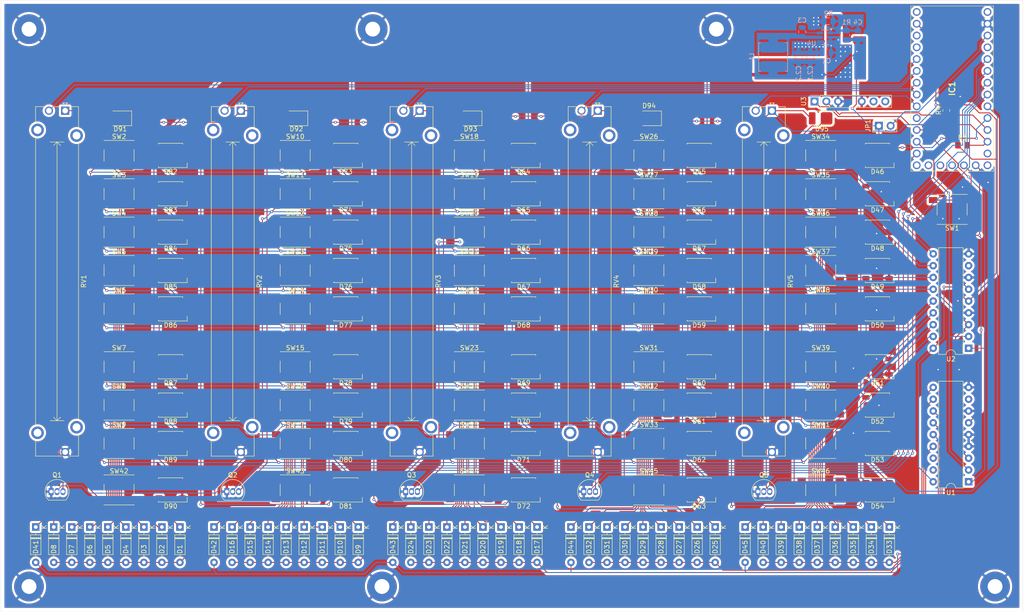
<source format=kicad_pcb>
(kicad_pcb
	(version 20240108)
	(generator "pcbnew")
	(generator_version "8.0")
	(general
		(thickness 1.6)
		(legacy_teardrops no)
	)
	(paper "A4")
	(layers
		(0 "F.Cu" signal)
		(31 "B.Cu" signal)
		(32 "B.Adhes" user "B.Adhesive")
		(33 "F.Adhes" user "F.Adhesive")
		(34 "B.Paste" user)
		(35 "F.Paste" user)
		(36 "B.SilkS" user "B.Silkscreen")
		(37 "F.SilkS" user "F.Silkscreen")
		(38 "B.Mask" user)
		(39 "F.Mask" user)
		(40 "Dwgs.User" user "User.Drawings")
		(41 "Cmts.User" user "User.Comments")
		(42 "Eco1.User" user "User.Eco1")
		(43 "Eco2.User" user "User.Eco2")
		(44 "Edge.Cuts" user)
		(45 "Margin" user)
		(46 "B.CrtYd" user "B.Courtyard")
		(47 "F.CrtYd" user "F.Courtyard")
		(48 "B.Fab" user)
		(49 "F.Fab" user)
		(50 "User.1" user)
		(51 "User.2" user)
		(52 "User.3" user)
		(53 "User.4" user)
		(54 "User.5" user)
		(55 "User.6" user)
		(56 "User.7" user)
		(57 "User.8" user)
		(58 "User.9" user)
	)
	(setup
		(pad_to_mask_clearance 0)
		(allow_soldermask_bridges_in_footprints no)
		(pcbplotparams
			(layerselection 0x00010fc_ffffffff)
			(plot_on_all_layers_selection 0x0000000_00000000)
			(disableapertmacros no)
			(usegerberextensions no)
			(usegerberattributes yes)
			(usegerberadvancedattributes yes)
			(creategerberjobfile yes)
			(dashed_line_dash_ratio 12.000000)
			(dashed_line_gap_ratio 3.000000)
			(svgprecision 4)
			(plotframeref no)
			(viasonmask no)
			(mode 1)
			(useauxorigin no)
			(hpglpennumber 1)
			(hpglpenspeed 20)
			(hpglpendiameter 15.000000)
			(pdf_front_fp_property_popups yes)
			(pdf_back_fp_property_popups yes)
			(dxfpolygonmode yes)
			(dxfimperialunits yes)
			(dxfusepcbnewfont yes)
			(psnegative no)
			(psa4output no)
			(plotreference yes)
			(plotvalue yes)
			(plotfptext yes)
			(plotinvisibletext no)
			(sketchpadsonfab no)
			(subtractmaskfromsilk no)
			(outputformat 1)
			(mirror no)
			(drillshape 0)
			(scaleselection 1)
			(outputdirectory "Gerbers/")
		)
	)
	(net 0 "")
	(net 1 "Ext Gnd")
	(net 2 "Net-(U3-Vout)")
	(net 3 "5v")
	(net 4 "Net-(U4-SW)")
	(net 5 "Net-(U4-BST)")
	(net 6 "Net-(U4-FB)")
	(net 7 "Net-(D1-K)")
	(net 8 "Column1")
	(net 9 "Net-(D2-K)")
	(net 10 "Net-(D3-K)")
	(net 11 "Net-(D4-K)")
	(net 12 "Net-(D5-K)")
	(net 13 "Net-(D6-K)")
	(net 14 "Net-(D7-K)")
	(net 15 "Net-(D8-K)")
	(net 16 "Net-(D9-K)")
	(net 17 "Column2")
	(net 18 "Net-(D10-K)")
	(net 19 "Net-(D11-K)")
	(net 20 "Net-(D12-K)")
	(net 21 "Net-(D13-K)")
	(net 22 "Net-(D14-K)")
	(net 23 "Net-(D15-K)")
	(net 24 "Net-(D16-K)")
	(net 25 "Net-(D17-K)")
	(net 26 "Column3")
	(net 27 "Net-(D18-K)")
	(net 28 "Net-(D19-K)")
	(net 29 "Net-(D20-K)")
	(net 30 "Net-(D21-K)")
	(net 31 "Net-(D22-K)")
	(net 32 "Net-(D23-K)")
	(net 33 "Net-(D24-K)")
	(net 34 "Column4")
	(net 35 "Net-(D25-K)")
	(net 36 "Net-(D26-K)")
	(net 37 "Net-(D27-K)")
	(net 38 "Net-(D28-K)")
	(net 39 "Net-(D29-K)")
	(net 40 "Net-(D30-K)")
	(net 41 "Net-(D31-K)")
	(net 42 "Net-(D32-K)")
	(net 43 "Net-(D33-K)")
	(net 44 "Column5")
	(net 45 "Net-(D34-K)")
	(net 46 "Net-(D35-K)")
	(net 47 "Net-(D36-K)")
	(net 48 "Net-(D37-K)")
	(net 49 "Net-(D38-K)")
	(net 50 "Net-(D39-K)")
	(net 51 "Net-(D40-K)")
	(net 52 "Column6")
	(net 53 "Net-(D41-K)")
	(net 54 "Net-(D42-K)")
	(net 55 "Net-(D43-K)")
	(net 56 "Net-(D44-K)")
	(net 57 "Net-(D45-K)")
	(net 58 "Net-(D46-DOUT)")
	(net 59 "NeoPixel")
	(net 60 "Net-(D47-DOUT)")
	(net 61 "Net-(D48-DOUT)")
	(net 62 "Net-(D49-DOUT)")
	(net 63 "Net-(D50-DOUT)")
	(net 64 "Net-(D51-DOUT)")
	(net 65 "Net-(D52-DOUT)")
	(net 66 "Net-(D53-DOUT)")
	(net 67 "Net-(D54-DOUT)")
	(net 68 "Net-(D55-DOUT)")
	(net 69 "Net-(D56-DOUT)")
	(net 70 "Net-(D57-DOUT)")
	(net 71 "Net-(D58-DOUT)")
	(net 72 "Net-(D59-DOUT)")
	(net 73 "Net-(D60-DOUT)")
	(net 74 "Net-(D61-DOUT)")
	(net 75 "Net-(D62-DOUT)")
	(net 76 "Net-(D63-DOUT)")
	(net 77 "Net-(D64-DOUT)")
	(net 78 "Net-(D65-DOUT)")
	(net 79 "Net-(D66-DOUT)")
	(net 80 "Net-(D67-DOUT)")
	(net 81 "Net-(D68-DOUT)")
	(net 82 "Net-(D69-DOUT)")
	(net 83 "Net-(D70-DOUT)")
	(net 84 "Net-(D71-DOUT)")
	(net 85 "Net-(D72-DOUT)")
	(net 86 "Net-(D73-DOUT)")
	(net 87 "Net-(D74-DOUT)")
	(net 88 "Net-(D75-DOUT)")
	(net 89 "Net-(D76-DOUT)")
	(net 90 "Net-(D77-DOUT)")
	(net 91 "Net-(D78-DOUT)")
	(net 92 "Net-(D79-DOUT)")
	(net 93 "Net-(D80-DOUT)")
	(net 94 "Net-(D81-DOUT)")
	(net 95 "Net-(D82-DOUT)")
	(net 96 "Net-(D83-DOUT)")
	(net 97 "Net-(D84-DOUT)")
	(net 98 "Net-(D85-DOUT)")
	(net 99 "Net-(D86-DOUT)")
	(net 100 "Net-(D87-DOUT)")
	(net 101 "Net-(D88-DOUT)")
	(net 102 "Net-(D89-DOUT)")
	(net 103 "3v3")
	(net 104 "Net-(D91-K)")
	(net 105 "Net-(D92-K)")
	(net 106 "Net-(D93-K)")
	(net 107 "Net-(D94-K)")
	(net 108 "Net-(D95-K)")
	(net 109 "SDA")
	(net 110 "unconnected-(IC1-RESET_1-Pad16)")
	(net 111 "unconnected-(IC1-A5-Pad10)")
	(net 112 "Ch2Zero")
	(net 113 "Pot2")
	(net 114 "unconnected-(IC1-2-Pad14)")
	(net 115 "unconnected-(IC1-RST-Pad1)")
	(net 116 "Recovery")
	(net 117 "unconnected-(IC1-VHI-Pad4)")
	(net 118 "Ch4Zero")
	(net 119 "Ch1Zero")
	(net 120 "Ch5Zero")
	(net 121 "Pot1")
	(net 122 "SPI_POCI")
	(net 123 "Pot3")
	(net 124 "unconnected-(IC1-RX-Pad20)")
	(net 125 "Ch3Zero")
	(net 126 "unconnected-(IC1-BAT-Pad33)")
	(net 127 "SPI_PICO")
	(net 128 "SCL")
	(net 129 "SPI_SCK")
	(net 130 "unconnected-(IC1-13-Pad30)")
	(net 131 "Pot4")
	(net 132 "unconnected-(IC1-AREF-Pad3)")
	(net 133 "unconnected-(IC1-TX-Pad21)")
	(net 134 "Pot5")
	(net 135 "unconnected-(IC1-RESET_2-Pad17)")
	(net 136 "unconnected-(IC1-EN-Pad15)")
	(net 137 "USB_5v")
	(net 138 "Row1")
	(net 139 "Row2")
	(net 140 "Row3")
	(net 141 "Row4")
	(net 142 "Row5")
	(net 143 "Row6")
	(net 144 "Row7")
	(net 145 "Row8")
	(net 146 "ExpReset")
	(net 147 "unconnected-(U1-INT-Pad8)")
	(net 148 "unconnected-(U1-GP7-Pad17)")
	(net 149 "unconnected-(U1-GP6-Pad16)")
	(net 150 "unconnected-(U2-INT-Pad8)")
	(net 151 "unconnected-(U3-D+-Pad6)")
	(net 152 "unconnected-(U3-D--Pad5)")
	(net 153 "unconnected-(D90-DOUT-Pad3)")
	(footprint "Potentiometer_THT:Potentiometer_Bourns_PTA6043_Single_Slide" (layer "F.Cu") (at 47.789064 51.555 -90))
	(footprint "Diode_THT:D_DO-35_SOD27_P7.62mm_Horizontal" (layer "F.Cu") (at 160.56875 141.19 -90))
	(footprint "LED_SMD:LED_LiteOn_LTST-E563C_PLCC4_5.0x5.0mm_P3.2mm_HandSoldering" (layer "F.Cu") (at 222.685936 123.205 180))
	(footprint "ControlMixer:SW_Push_1P1T_NO_6x6mm" (layer "F.Cu") (at 173.4625 106.685))
	(footprint "Diode_THT:D_DO-35_SOD27_P7.62mm_Horizontal" (layer "F.Cu") (at 83.71875 141.19 -90))
	(footprint "ControlMixer:SW_Push_1P1T_NO_6x6mm" (layer "F.Cu") (at 210.4625 85.965))
	(footprint "ControlMixer:SW_Push_1P1T_NO_6x6mm" (layer "F.Cu") (at 210.4625 106.685))
	(footprint "ControlMixer:SW_Push_1P1T_NO_6x6mm" (layer "F.Cu") (at 59.389064 69.445))
	(footprint "Potentiometer_THT:Potentiometer_Bourns_PTA6043_Single_Slide" (layer "F.Cu") (at 85.6125 51.555 -90))
	(footprint "Diode_THT:D_DO-35_SOD27_P7.62mm_Horizontal" (layer "F.Cu") (at 60.85625 141.19 -90))
	(footprint "Diode_THT:D_DO-35_SOD27_P7.62mm_Horizontal" (layer "F.Cu") (at 91.48125 141.19 -90))
	(footprint "Diode_THT:D_DO-35_SOD27_P7.62mm_Horizontal" (layer "F.Cu") (at 103.125 141.19 -90))
	(footprint "Diode_THT:D_DO-35_SOD27_P7.62mm_Horizontal" (layer "F.Cu") (at 133.8625 141.19 -90))
	(footprint "LED_SMD:LED_LiteOn_LTST-E563C_PLCC4_5.0x5.0mm_P3.2mm_HandSoldering" (layer "F.Cu") (at 222.685936 85.965 180))
	(footprint "ControlMixer:SW_Push_1P1T_NO_6x6mm" (layer "F.Cu") (at 134.8125 114.945))
	(footprint "ControlMixer:SW_Push_1P1T_NO_6x6mm" (layer "F.Cu") (at 210.4625 123.205))
	(footprint "LED_SMD:LED_LiteOn_LTST-E563C_PLCC4_5.0x5.0mm_P3.2mm_HandSoldering" (layer "F.Cu") (at 222.685936 114.945 180))
	(footprint "LED_SMD:LED_LiteOn_LTST-E563C_PLCC4_5.0x5.0mm_P3.2mm_HandSoldering" (layer "F.Cu") (at 108.2125 85.965 180))
	(footprint "ControlMixer:SW_Push_1P1T_NO_6x6mm" (layer "F.Cu") (at 59.389064 123.205))
	(footprint "ControlMixer:SW_Push_1P1T_NO_6x6mm" (layer "F.Cu") (at 210.4625 69.445))
	(footprint "LED_SMD:LED_LiteOn_LTST-E563C_PLCC4_5.0x5.0mm_P3.2mm_HandSoldering" (layer "F.Cu") (at 146.501562 77.705 180))
	(footprint "Diode_THT:D_DO-35_SOD27_P7.62mm_Horizontal" (layer "F.Cu") (at 213.59375 141.19 -90))
	(footprint "Diode_THT:D_DO-35_SOD27_P7.62mm_Horizontal" (layer "F.Cu") (at 217.475 141.19 -90))
	(footprint "ControlMixer:SW_Push_1P1T_NO_6x6mm" (layer "F.Cu") (at 59.389064 133.205))
	(footprint "Diode_THT:D_DO-35_SOD27_P7.62mm_Horizontal" (layer "F.Cu") (at 56.975 141.19 -90))
	(footprint "ControlMixer:SW_Push_1P1T_NO_6x6mm" (layer "F.Cu") (at 173.4625 94.225))
	(footprint "LED_SMD:LED_LiteOn_LTST-E563C_PLCC4_5.0x5.0mm_P3.2mm_HandSoldering" (layer "F.Cu") (at 222.685936 69.445 180))
	(footprint "Diode_THT:D_DO-35_SOD27_P7.62mm_Horizontal" (layer "F.Cu") (at 110.8875 141.19 -90))
	(footprint "LED_SMD:LED_LiteOn_LTST-E563C_PLCC4_5.0x5.0mm_P3.2mm_HandSoldering" (layer "F.Cu") (at 184.3 61.185 180))
	(footprint "ControlMixer:SW_Push_1P1T_NO_6x6mm" (layer "F.Cu") (at 59.389064 85.965))
	(footprint "Diode_THT:D_DO-35_SOD27_P7.62mm_Horizontal"
		(layer "F.Cu")
		(uuid "20bc884d-9c9c-4491-95f7-00c078e0aae5")
		(at 179.975 141.19 -90)
		(descr "Diode, DO-35_SOD27 series, Axial, Horizontal, pin pitch=7.62mm, , length*diameter=4*2mm^2, , http://www.diodes.com/_files/packages/DO-35.pdf")
		(tags "Diode DO-35_SOD27 series Axial Horizontal pin pitch 7.62mm  length 4mm diameter 2mm")
		(property "Reference" "D27"
			(at 4.31 0 90)
			(layer "F.SilkS")
			(uuid "78e4d830-1a7a-46c4-a091-8f1312c851b4")
			(effects
				(font
					(size 1 1)
					(thickness 0.15)
				)
			)
		)
		(property "Value" "1N4148"
			(at 3.81 2.12 90)
			(layer "F.Fab")
			(uuid "42a4fc1c-1ad1-4cfb-b0fd-69079db63dfe")
			(effects
				(font
					(size 1 1)
					(thickness 0.15)
				)
			)
		)
		(property "Footprint" "Diode_THT:D_DO-35_SOD27_P7.62mm_Horizontal"
			(at 0 0 -90)
			(unlocked yes)
			(layer "F.Fab")
			(hide yes)
			(uuid "ec3060f6-8424-4078-ab39-3de537602110")
			(effects
				(font
					(size 1.27 1.27)
				)
			)
		)
		(property "Datasheet" "htt
... [2313065 chars truncated]
</source>
